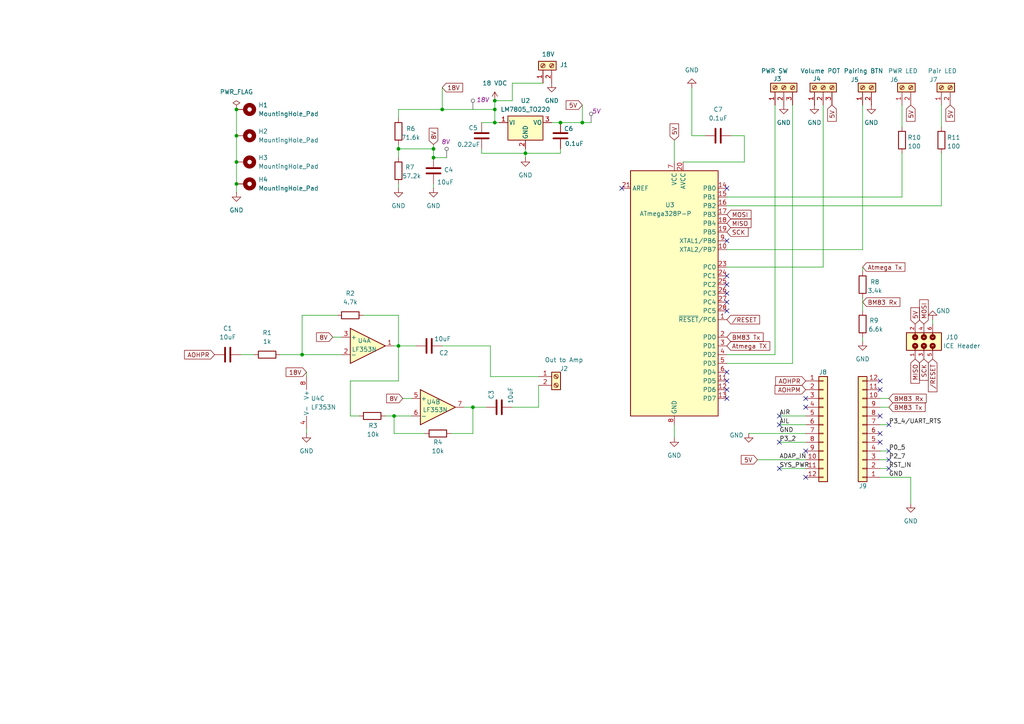
<source format=kicad_sch>
(kicad_sch (version 20231120) (generator "eeschema") (generator_version "8.0")
  (paper "A4")
  (title_block (title "BM83/MC Module"))
  (lib_symbols
    (symbol "Amplifier_Operational:TL082" (pin_names (offset 0.127))
      (property "Reference" "U" (at 0 5.08 0))
      (property "Value" "TL082" (at 0 -5.08 0))
      (symbol "TL082_1_1"
        (polyline (pts (xy -5.08 5.08) (xy 5.08 0) (xy -5.08 -5.08) (xy -5.08 5.08)) (stroke (width 0.254)) (fill (type background)))
        (pin output line (at 7.62 0 180) (length 2.54) (name "~") (number "1"))
        (pin input line (at -7.62 -2.54 0) (length 2.54) (name "-") (number "2"))
        (pin input line (at -7.62 2.54 0) (length 2.54) (name "+") (number "3"))
      )
      (symbol "TL082_2_1"
        (polyline (pts (xy -5.08 5.08) (xy 5.08 0) (xy -5.08 -5.08) (xy -5.08 5.08)) (stroke (width 0.254)) (fill (type background)))
        (pin input line (at -7.62 2.54 0) (length 2.54) (name "+") (number "5"))
        (pin input line (at -7.62 -2.54 0) (length 2.54) (name "-") (number "6"))
        (pin output line (at 7.62 0 180) (length 2.54) (name "~") (number "7"))
      )
      (symbol "TL082_3_1"
        (pin power_in line (at -2.54 -7.62 90) (length 3.81) (name "V-") (number "4"))
        (pin power_in line (at -2.54 7.62 270) (length 3.81) (name "V+") (number "8"))
      )
    )
    (symbol "Connector:Screw_Terminal_01x02" (pin_names (offset 1.016) hide)
      (property "Reference" "J" (at 0 2.54 0))
      (property "Value" "Screw_Terminal_01x02" (at 0 -5.08 0))
      (symbol "Screw_Terminal_01x02_1_1"
        (rectangle (start -1.27 1.27) (end 1.27 -3.81) (stroke (width 0.254)) (fill (type background)))
        (circle (center 0 -2.54) (radius 0.635) (stroke (width 0.1524)))
        (polyline (pts (xy -0.5334 -2.2098) (xy 0.3302 -3.048)) (stroke (width 0.1524)))
        (polyline (pts (xy -0.5334 0.3302) (xy 0.3302 -0.508)) (stroke (width 0.1524)))
        (polyline (pts (xy -0.3556 -2.032) (xy 0.508 -2.8702)) (stroke (width 0.1524)))
        (polyline (pts (xy -0.3556 0.508) (xy 0.508 -0.3302)) (stroke (width 0.1524)))
        (circle (center 0 0) (radius 0.635) (stroke (width 0.1524)))
        (pin passive line (at -5.08 0 0) (length 3.81) (name "Pin_1") (number "1"))
        (pin passive line (at -5.08 -2.54 0) (length 3.81) (name "Pin_2") (number "2"))
      )
    )
    (symbol "Connector:Screw_Terminal_01x03" (pin_names (offset 1.016) hide)
      (property "Reference" "J" (at 0 5.08 0))
      (property "Value" "Screw_Terminal_01x03" (at 0 -5.08 0))
      (symbol "Screw_Terminal_01x03_1_1"
        (rectangle (start -1.27 3.81) (end 1.27 -3.81) (stroke (width 0.254)) (fill (type background)))
        (circle (center 0 -2.54) (radius 0.635) (stroke (width 0.1524)))
        (polyline (pts (xy -0.5334 -2.2098) (xy 0.3302 -3.048)) (stroke (width 0.1524)))
        (polyline (pts (xy -0.5334 0.3302) (xy 0.3302 -0.508)) (stroke (width 0.1524)))
        (polyline (pts (xy -0.5334 2.8702) (xy 0.3302 2.032)) (stroke (width 0.1524)))
        (polyline (pts (xy -0.3556 -2.032) (xy 0.508 -2.8702)) (stroke (width 0.1524)))
        (polyline (pts (xy -0.3556 0.508) (xy 0.508 -0.3302)) (stroke (width 0.1524)))
        (polyline (pts (xy -0.3556 3.048) (xy 0.508 2.2098)) (stroke (width 0.1524)))
        (circle (center 0 0) (radius 0.635) (stroke (width 0.1524)))
        (circle (center 0 2.54) (radius 0.635) (stroke (width 0.1524)))
        (pin passive line (at -5.08 2.54 0) (length 3.81) (name "Pin_1") (number "1"))
        (pin passive line (at -5.08 0 0) (length 3.81) (name "Pin_2") (number "2"))
        (pin passive line (at -5.08 -2.54 0) (length 3.81) (name "Pin_3") (number "3"))
      )
    )
    (symbol "Connector_Generic:Conn_01x12" (pin_names (offset 1.016) hide)
      (property "Reference" "J" (at 0 15.24 0))
      (property "Value" "Conn_01x12" (at 0 -17.78 0))
      (symbol "Conn_01x12_1_1"
        (rectangle (start -1.27 -15.113) (end 0 -15.367) (stroke (width 0.1524)))
        (rectangle (start -1.27 -12.573) (end 0 -12.827) (stroke (width 0.1524)))
        (rectangle (start -1.27 -10.033) (end 0 -10.287) (stroke (width 0.1524)))
        (rectangle (start -1.27 -7.493) (end 0 -7.747) (stroke (width 0.1524)))
        (rectangle (start -1.27 -4.953) (end 0 -5.207) (stroke (width 0.1524)))
        (rectangle (start -1.27 -2.413) (end 0 -2.667) (stroke (width 0.1524)))
        (rectangle (start -1.27 0.127) (end 0 -0.127) (stroke (width 0.1524)))
        (rectangle (start -1.27 2.667) (end 0 2.413) (stroke (width 0.1524)))
        (rectangle (start -1.27 5.207) (end 0 4.953) (stroke (width 0.1524)))
        (rectangle (start -1.27 7.747) (end 0 7.493) (stroke (width 0.1524)))
        (rectangle (start -1.27 10.287) (end 0 10.033) (stroke (width 0.1524)))
        (rectangle (start -1.27 12.827) (end 0 12.573) (stroke (width 0.1524)))
        (rectangle (start -1.27 13.97) (end 1.27 -16.51) (stroke (width 0.254)) (fill (type background)))
        (pin passive line (at -5.08 12.7 0) (length 3.81) (name "Pin_1") (number "1"))
        (pin passive line (at -5.08 -10.16 0) (length 3.81) (name "Pin_10") (number "10"))
        (pin passive line (at -5.08 -12.7 0) (length 3.81) (name "Pin_11") (number "11"))
        (pin passive line (at -5.08 -15.24 0) (length 3.81) (name "Pin_12") (number "12"))
        (pin passive line (at -5.08 10.16 0) (length 3.81) (name "Pin_2") (number "2"))
        (pin passive line (at -5.08 7.62 0) (length 3.81) (name "Pin_3") (number "3"))
        (pin passive line (at -5.08 5.08 0) (length 3.81) (name "Pin_4") (number "4"))
        (pin passive line (at -5.08 2.54 0) (length 3.81) (name "Pin_5") (number "5"))
        (pin passive line (at -5.08 0 0) (length 3.81) (name "Pin_6") (number "6"))
        (pin passive line (at -5.08 -2.54 0) (length 3.81) (name "Pin_7") (number "7"))
        (pin passive line (at -5.08 -5.08 0) (length 3.81) (name "Pin_8") (number "8"))
        (pin passive line (at -5.08 -7.62 0) (length 3.81) (name "Pin_9") (number "9"))
      )
    )
    (symbol "Device:C" (pin_numbers hide) (pin_names (offset 0.254))
      (property "Reference" "C" (at 0.635 2.54 0))
      (property "Value" "C" (at 0.635 -2.54 0))
      (symbol "C_0_1"
        (polyline (pts (xy -2.032 -0.762) (xy 2.032 -0.762)) (stroke (width 0.508)))
        (polyline (pts (xy -2.032 0.762) (xy 2.032 0.762)) (stroke (width 0.508)))
      )
      (symbol "C_1_1"
        (pin passive line (at 0 3.81 270) (length 2.794) (name "~") (number "1"))
        (pin passive line (at 0 -3.81 90) (length 2.794) (name "~") (number "2"))
      )
    )
    (symbol "Device:R" (pin_numbers hide) (pin_names (offset 0))
      (property "Reference" "R" (at 2.032 0 90))
      (property "Value" "R" (at 0 0 90))
      (symbol "R_0_1"
        (rectangle (start -1.016 -2.54) (end 1.016 2.54) (stroke (width 0.254)))
      )
      (symbol "R_1_1"
        (pin passive line (at 0 3.81 270) (length 1.27) (name "~") (number "1"))
        (pin passive line (at 0 -3.81 90) (length 1.27) (name "~") (number "2"))
      )
    )
    (symbol "ICE_Header:6120XX21621_61200621621" (pin_names (offset 1.016))
      (property "Reference" "J" (at -6.26 0.35 0))
      (symbol "6120XX21621_61200621621_0_0"
        (rectangle (start -5.08 -2.54) (end 5.08 2.54) (stroke (width 0.254)) (fill (type background)))
        (circle (center -2.54 -1.27) (radius 0.254) (stroke (width 0.635)))
        (circle (center -2.54 1.27) (radius 0.254) (stroke (width 0.635)))
        (circle (center 0 -1.27) (radius 0.254) (stroke (width 0.635)))
        (polyline (pts (xy -2.54 -1.27) (xy -2.54 -2.54)) (stroke (width 0.254)))
        (polyline (pts (xy -2.54 1.27) (xy -2.54 2.54)) (stroke (width 0.254)))
        (polyline (pts (xy 0 -1.27) (xy 0 -2.54)) (stroke (width 0.254)))
        (polyline (pts (xy 0 1.27) (xy 0 2.54)) (stroke (width 0.254)))
        (polyline (pts (xy 2.54 -1.27) (xy 2.54 -2.54)) (stroke (width 0.254)))
        (polyline (pts (xy 2.54 1.27) (xy 2.54 2.54)) (stroke (width 0.254)))
        (circle (center 0 1.27) (radius 0.254) (stroke (width 0.635)))
        (circle (center 2.54 -1.27) (radius 0.254) (stroke (width 0.635)))
        (circle (center 2.54 1.27) (radius 0.254) (stroke (width 0.635)))
        (pin passive line (at -2.54 -5.08 90) (length 2.54) (name "~") (number "1"))
        (pin passive line (at -2.54 5.08 270) (length 2.54) (name "~") (number "2"))
        (pin passive line (at 0 -5.08 90) (length 2.54) (name "~") (number "3"))
        (pin passive line (at 0 5.08 270) (length 2.54) (name "~") (number "4"))
        (pin passive line (at 2.54 -5.08 90) (length 2.54) (name "~") (number "5"))
        (pin passive line (at 2.54 5.08 270) (length 2.54) (name "~") (number "6"))
      )
    )
    (symbol "MCU_Microchip_ATmega:ATmega328P-P"
      (property "Reference" "U" (at -12.7 36.83 0))
      (property "Value" "ATmega328P-P" (at 2.54 -36.83 0))
      (symbol "ATmega328P-P_0_1"
        (rectangle (start -12.7 -35.56) (end 12.7 35.56) (stroke (width 0.254)) (fill (type background)))
      )
      (symbol "ATmega328P-P_1_1"
        (pin bidirectional line (at 15.24 -7.62 180) (length 2.54) (name "~{RESET}/PC6") (number "1"))
        (pin bidirectional line (at 15.24 12.7 180) (length 2.54) (name "XTAL2/PB7") (number "10"))
        (pin bidirectional line (at 15.24 -25.4 180) (length 2.54) (name "PD5") (number "11"))
        (pin bidirectional line (at 15.24 -27.94 180) (length 2.54) (name "PD6") (number "12"))
        (pin bidirectional line (at 15.24 -30.48 180) (length 2.54) (name "PD7") (number "13"))
        (pin bidirectional line (at 15.24 30.48 180) (length 2.54) (name "PB0") (number "14"))
        (pin bidirectional line (at 15.24 27.94 180) (length 2.54) (name "PB1") (number "15"))
        (pin bidirectional line (at 15.24 25.4 180) (length 2.54) (name "PB2") (number "16"))
        (pin bidirectional line (at 15.24 22.86 180) (length 2.54) (name "PB3") (number "17"))
        (pin bidirectional line (at 15.24 20.32 180) (length 2.54) (name "PB4") (number "18"))
        (pin bidirectional line (at 15.24 17.78 180) (length 2.54) (name "PB5") (number "19"))
        (pin bidirectional line (at 15.24 -12.7 180) (length 2.54) (name "PD0") (number "2"))
        (pin power_in line (at 2.54 38.1 270) (length 2.54) (name "AVCC") (number "20"))
        (pin passive line (at -15.24 30.48 0) (length 2.54) (name "AREF") (number "21"))
        (pin passive line (at 0 -38.1 90) (length 2.54) hide (name "GND") (number "22"))
        (pin bidirectional line (at 15.24 7.62 180) (length 2.54) (name "PC0") (number "23"))
        (pin bidirectional line (at 15.24 5.08 180) (length 2.54) (name "PC1") (number "24"))
        (pin bidirectional line (at 15.24 2.54 180) (length 2.54) (name "PC2") (number "25"))
        (pin bidirectional line (at 15.24 0 180) (length 2.54) (name "PC3") (number "26"))
        (pin bidirectional line (at 15.24 -2.54 180) (length 2.54) (name "PC4") (number "27"))
        (pin bidirectional line (at 15.24 -5.08 180) (length 2.54) (name "PC5") (number "28"))
        (pin bidirectional line (at 15.24 -15.24 180) (length 2.54) (name "PD1") (number "3"))
        (pin bidirectional line (at 15.24 -17.78 180) (length 2.54) (name "PD2") (number "4"))
        (pin bidirectional line (at 15.24 -20.32 180) (length 2.54) (name "PD3") (number "5"))
        (pin bidirectional line (at 15.24 -22.86 180) (length 2.54) (name "PD4") (number "6"))
        (pin power_in line (at 0 38.1 270) (length 2.54) (name "VCC") (number "7"))
        (pin power_in line (at 0 -38.1 90) (length 2.54) (name "GND") (number "8"))
        (pin bidirectional line (at 15.24 15.24 180) (length 2.54) (name "XTAL1/PB6") (number "9"))
      )
    )
    (symbol "Mechanical:MountingHole_Pad" (pin_numbers hide) (pin_names (offset 1.016) hide) (exclude_from_sim yes) (in_bom no)
      (property "Reference" "H" (at 0 6.35 0))
      (property "Value" "MountingHole_Pad" (at 0 4.445 0))
      (symbol "MountingHole_Pad_0_1"
        (circle (center 0 1.27) (radius 1.27) (stroke (width 1.27)))
      )
      (symbol "MountingHole_Pad_1_1"
        (pin input line (at 0 -2.54 90) (length 2.54) (name "1") (number "1"))
      )
    )
    (symbol "Regulator_Linear:LM7805_TO220" (pin_names (offset 0.254))
      (property "Reference" "U" (at -3.81 3.175 0))
      (property "Value" "LM7805_TO220" (at 0 3.175 0))
      (symbol "LM7805_TO220_0_1"
        (rectangle (start -5.08 1.905) (end 5.08 -5.08) (stroke (width 0.254)) (fill (type background)))
      )
      (symbol "LM7805_TO220_1_1"
        (pin power_in line (at -7.62 0 0) (length 2.54) (name "VI") (number "1"))
        (pin power_in line (at 0 -7.62 90) (length 2.54) (name "GND") (number "2"))
        (pin power_out line (at 7.62 0 180) (length 2.54) (name "VO") (number "3"))
      )
    )
    (symbol "power:GND" (power) (pin_numbers hide) (pin_names (offset 0) hide)
      (property "Value" "GND" (at 0 -3.81 0))
      (symbol "GND_0_1"
        (polyline (pts (xy 0 0) (xy 0 -1.27) (xy 1.27 -1.27) (xy 0 -2.54) (xy -1.27 -1.27) (xy 0 -1.27)))
      )
      (symbol "GND_1_1"
        (pin power_in line (at 0 0 270) (length 0) (name "~") (number "1"))
      )
    )
    (symbol "power:PWR_FLAG" (power) (pin_numbers hide) (pin_names (offset 0) hide)
      (property "Value" "PWR_FLAG" (at 0 3.81 0))
      (symbol "PWR_FLAG_0_0"
        (pin power_out line (at 0 0 90) (length 0) (name "~") (number "1"))
      )
      (symbol "PWR_FLAG_0_1"
        (polyline (pts (xy 0 0) (xy 0 1.27) (xy -1.016 1.905) (xy 0 2.54) (xy 1.016 1.905) (xy 0 1.27)))
      )
    )
    (symbol "power:VDC" (power) (pin_numbers hide) (pin_names (offset 0) hide)
      (property "Value" "VDC" (at 0 3.556 0))
      (symbol "VDC_0_1"
        (polyline (pts (xy -0.762 1.27) (xy 0 2.54)))
        (polyline (pts (xy 0 0) (xy 0 2.54)))
        (polyline (pts (xy 0 2.54) (xy 0.762 1.27)))
      )
      (symbol "VDC_1_1"
        (pin power_in line (at 0 0 90) (length 0) (name "~") (number "1"))
      )
    )
  )
  (junction (at 137.16 118.11))
  (junction (at 128.27 31.75))
  (junction (at 143.51 35.56))
  (junction (at 114.3 120.65))
  (junction (at 68.58 46.99))
  (junction (at 143.51 29.21))
  (junction (at 152.4 44.45))
  (junction (at 125.73 43.18))
  (junction (at 168.91 35.56))
  (junction (at 68.58 39.37))
  (junction (at 115.57 43.18))
  (junction (at 87.63 102.87))
  (junction (at 68.58 53.34))
  (junction (at 143.51 31.75))
  (junction (at 115.57 100.33))
  (junction (at 68.58 31.75))
  (junction (at 162.56 35.56))
  (junction (at 125.73 45.72))
  (no_connect (at 255.27 110.49))
  (no_connect (at 180.34 54.61))
  (no_connect (at 210.82 107.95))
  (no_connect (at 257.81 133.35))
  (no_connect (at 255.27 120.65))
  (no_connect (at 226.06 120.65))
  (no_connect (at 233.68 130.81))
  (no_connect (at 210.82 80.01))
  (no_connect (at 210.82 113.03))
  (no_connect (at 226.06 128.27))
  (no_connect (at 226.06 123.19))
  (no_connect (at 226.06 135.89))
  (no_connect (at 257.81 130.81))
  (no_connect (at 210.82 87.63))
  (no_connect (at 210.82 110.49))
  (no_connect (at 255.27 113.03))
  (no_connect (at 210.82 54.61))
  (no_connect (at 233.68 138.43))
  (no_connect (at 255.27 125.73))
  (no_connect (at 233.68 118.11))
  (no_connect (at 210.82 90.17))
  (no_connect (at 210.82 115.57))
  (no_connect (at 257.81 135.89))
  (no_connect (at 210.82 85.09))
  (no_connect (at 210.82 82.55))
  (no_connect (at 255.27 128.27))
  (no_connect (at 210.82 69.85))
  (no_connect (at 233.68 115.57))
  (no_connect (at 257.81 123.19))
  (wire (pts (xy 99.06 97.79) (xy 96.52 97.79)))
  (wire (pts (xy 257.81 135.89) (xy 255.27 135.89)))
  (wire (pts (xy 261.62 44.45) (xy 261.62 57.15)))
  (wire (pts (xy 210.82 77.47) (xy 238.76 77.47)))
  (wire (pts (xy 255.27 118.11) (xy 257.81 118.11)))
  (wire (pts (xy 250.19 86.36) (xy 250.19 90.17)))
  (wire (pts (xy 162.56 35.56) (xy 168.91 35.56)))
  (wire (pts (xy 148.59 29.21) (xy 143.51 29.21)))
  (wire (pts (xy 142.24 109.22) (xy 156.21 109.22)))
  (wire (pts (xy 250.19 72.39) (xy 250.19 30.48)))
  (wire (pts (xy 264.16 138.43) (xy 264.16 146.05)))
  (wire (pts (xy 212.09 39.37) (xy 215.9 39.37)))
  (wire (pts (xy 152.4 44.45) (xy 152.4 45.72)))
  (wire (pts (xy 168.91 30.48) (xy 168.91 35.56)))
  (wire (pts (xy 162.56 44.45) (xy 162.56 43.18)))
  (wire (pts (xy 115.57 91.44) (xy 115.57 100.33)))
  (wire (pts (xy 115.57 41.91) (xy 115.57 43.18)))
  (wire (pts (xy 250.19 97.79) (xy 250.19 99.06)))
  (wire (pts (xy 257.81 130.81) (xy 255.27 130.81)))
  (wire (pts (xy 229.87 30.48) (xy 229.87 105.41)))
  (wire (pts (xy 139.7 44.45) (xy 139.7 43.18)))
  (wire (pts (xy 115.57 43.18) (xy 125.73 43.18)))
  (wire (pts (xy 257.81 133.35) (xy 255.27 133.35)))
  (wire (pts (xy 273.05 59.69) (xy 210.82 59.69)))
  (wire (pts (xy 273.05 44.45) (xy 273.05 59.69)))
  (wire (pts (xy 143.51 35.56) (xy 144.78 35.56)))
  (wire (pts (xy 81.28 102.87) (xy 87.63 102.87)))
  (wire (pts (xy 115.57 100.33) (xy 115.57 110.49)))
  (wire (pts (xy 217.17 125.73) (xy 233.68 125.73)))
  (wire (pts (xy 226.06 128.27) (xy 233.68 128.27)))
  (wire (pts (xy 87.63 91.44) (xy 97.79 91.44)))
  (wire (pts (xy 210.82 102.87) (xy 224.79 102.87)))
  (wire (pts (xy 139.7 35.56) (xy 143.51 35.56)))
  (wire (pts (xy 134.62 118.11) (xy 137.16 118.11)))
  (wire (pts (xy 224.79 30.48) (xy 224.79 102.87)))
  (wire (pts (xy 152.4 43.18) (xy 152.4 44.45)))
  (wire (pts (xy 219.71 133.35) (xy 233.68 133.35)))
  (wire (pts (xy 115.57 43.18) (xy 115.57 45.72)))
  (wire (pts (xy 255.27 115.57) (xy 257.81 115.57)))
  (wire (pts (xy 215.9 46.99) (xy 198.12 46.99)))
  (wire (pts (xy 87.63 91.44) (xy 87.63 102.87)))
  (wire (pts (xy 114.3 100.33) (xy 115.57 100.33)))
  (wire (pts (xy 114.3 120.65) (xy 119.38 120.65)))
  (wire (pts (xy 128.27 25.4) (xy 128.27 31.75)))
  (wire (pts (xy 255.27 138.43) (xy 264.16 138.43)))
  (wire (pts (xy 250.19 77.47) (xy 250.19 78.74)))
  (wire (pts (xy 87.63 102.87) (xy 99.06 102.87)))
  (wire (pts (xy 273.05 30.48) (xy 273.05 36.83)))
  (wire (pts (xy 148.59 24.13) (xy 157.48 24.13)))
  (wire (pts (xy 210.82 72.39) (xy 250.19 72.39)))
  (wire (pts (xy 137.16 118.11) (xy 140.97 118.11)))
  (wire (pts (xy 143.51 31.75) (xy 143.51 35.56)))
  (wire (pts (xy 115.57 31.75) (xy 115.57 34.29)))
  (wire (pts (xy 270.51 93.98) (xy 270.51 92.71)))
  (wire (pts (xy 148.59 29.21) (xy 148.59 24.13)))
  (wire (pts (xy 68.58 46.99) (xy 68.58 53.34)))
  (wire (pts (xy 130.81 125.73) (xy 137.16 125.73)))
  (wire (pts (xy 137.16 125.73) (xy 137.16 118.11)))
  (wire (pts (xy 261.62 30.48) (xy 261.62 36.83)))
  (wire (pts (xy 123.19 125.73) (xy 114.3 125.73)))
  (wire (pts (xy 143.51 29.21) (xy 143.51 31.75)))
  (wire (pts (xy 226.06 123.19) (xy 233.68 123.19)))
  (wire (pts (xy 115.57 53.34) (xy 115.57 54.61)))
  (wire (pts (xy 116.84 115.57) (xy 119.38 115.57)))
  (wire (pts (xy 200.66 39.37) (xy 200.66 25.4)))
  (wire (pts (xy 115.57 31.75) (xy 128.27 31.75)))
  (wire (pts (xy 101.6 110.49) (xy 115.57 110.49)))
  (wire (pts (xy 125.73 43.18) (xy 125.73 45.72)))
  (wire (pts (xy 148.59 118.11) (xy 156.21 118.11)))
  (wire (pts (xy 115.57 100.33) (xy 120.65 100.33)))
  (wire (pts (xy 195.58 40.64) (xy 195.58 46.99)))
  (wire (pts (xy 101.6 110.49) (xy 101.6 120.65)))
  (wire (pts (xy 68.58 31.75) (xy 68.58 39.37)))
  (wire (pts (xy 204.47 39.37) (xy 200.66 39.37)))
  (wire (pts (xy 139.7 44.45) (xy 152.4 44.45)))
  (wire (pts (xy 68.58 39.37) (xy 68.58 46.99)))
  (wire (pts (xy 125.73 45.72) (xy 129.54 45.72)))
  (wire (pts (xy 215.9 39.37) (xy 215.9 46.99)))
  (wire (pts (xy 257.81 123.19) (xy 255.27 123.19)))
  (wire (pts (xy 105.41 91.44) (xy 115.57 91.44)))
  (wire (pts (xy 125.73 41.91) (xy 125.73 43.18)))
  (wire (pts (xy 238.76 77.47) (xy 238.76 30.48)))
  (wire (pts (xy 261.62 57.15) (xy 210.82 57.15)))
  (wire (pts (xy 125.73 53.34) (xy 125.73 54.61)))
  (wire (pts (xy 226.06 135.89) (xy 233.68 135.89)))
  (wire (pts (xy 210.82 105.41) (xy 229.87 105.41)))
  (wire (pts (xy 101.6 120.65) (xy 104.14 120.65)))
  (wire (pts (xy 156.21 111.76) (xy 156.21 118.11)))
  (wire (pts (xy 142.24 100.33) (xy 128.27 100.33)))
  (wire (pts (xy 88.9 107.95) (xy 88.9 109.22)))
  (wire (pts (xy 69.85 102.87) (xy 73.66 102.87)))
  (wire (pts (xy 128.27 31.75) (xy 143.51 31.75)))
  (wire (pts (xy 160.02 35.56) (xy 162.56 35.56)))
  (wire (pts (xy 114.3 125.73) (xy 114.3 120.65)))
  (wire (pts (xy 68.58 53.34) (xy 68.58 55.88)))
  (wire (pts (xy 195.58 123.19) (xy 195.58 127)))
  (wire (pts (xy 142.24 109.22) (xy 142.24 100.33)))
  (wire (pts (xy 88.9 124.46) (xy 88.9 125.73)))
  (wire (pts (xy 226.06 120.65) (xy 233.68 120.65)))
  (wire (pts (xy 168.91 35.56) (xy 171.45 35.56)))
  (wire (pts (xy 111.76 120.65) (xy 114.3 120.65)))
  (wire (pts (xy 162.56 44.45) (xy 152.4 44.45)))
  (label "P3_2" (at 226.06 128.27 0))
  (label "ADAP_IN" (at 226.06 133.35 0))
  (label "P3_4{slash}UART_RTS" (at 257.81 123.19 0))
  (label "GND" (at 257.81 138.43 0))
  (label "GND" (at 226.06 125.73 0))
  (label "P2_7" (at 257.81 133.35 0))
  (label "AIR" (at 226.06 120.65 0))
  (label "P0_5" (at 257.81 130.81 0))
  (label "SYS_PWR" (at 226.06 135.89 0))
  (label "RST_IN" (at 257.81 135.89 0))
  (label "AIL" (at 226.06 123.19 0))
  (global_label "BM83 Tx" (shape input) (at 210.82 97.79 0) (property "Intersheetrefs" "${INTERSHEET_REFS}" (effects (hide yes))))
  (global_label "MOSI" (shape input) (at 210.82 62.23 0) (property "Intersheetrefs" "${INTERSHEET_REFS}" (effects (hide yes))))
  (global_label "8V" (shape input) (at 125.73 41.91 90) (property "Intersheetrefs" "${INTERSHEET_REFS}" (effects (hide yes))))
  (global_label "Atmega TX" (shape input) (at 210.82 100.33 0) (property "Intersheetrefs" "${INTERSHEET_REFS}" (effects (hide yes))))
  (global_label "18V" (shape input) (at 128.27 25.4 0) (property "Intersheetrefs" "${INTERSHEET_REFS}" (effects (hide yes))))
  (global_label "MISO" (shape input) (at 265.43 104.14 270) (property "Intersheetrefs" "${INTERSHEET_REFS}" (effects (hide yes))))
  (global_label "5V" (shape input) (at 241.3 30.48 270) (property "Intersheetrefs" "${INTERSHEET_REFS}" (effects (hide yes))))
  (global_label "5V" (shape input) (at 168.91 30.48 180) (property "Intersheetrefs" "${INTERSHEET_REFS}" (effects (hide yes))))
  (global_label "MOSI" (shape input) (at 267.97 93.98 90) (property "Intersheetrefs" "${INTERSHEET_REFS}" (effects (hide yes))))
  (global_label "AOHPM" (shape input) (at 233.68 113.03 180) (property "Intersheetrefs" "${INTERSHEET_REFS}" (effects (hide yes))))
  (global_label "BM83 Tx" (shape input) (at 257.81 118.11 0) (property "Intersheetrefs" "${INTERSHEET_REFS}" (effects (hide yes))))
  (global_label "5V" (shape input) (at 265.43 93.98 90) (property "Intersheetrefs" "${INTERSHEET_REFS}" (effects (hide yes))))
  (global_label "SCK" (shape input) (at 210.82 67.31 0) (property "Intersheetrefs" "${INTERSHEET_REFS}" (effects (hide yes))))
  (global_label "5V" (shape input) (at 219.71 133.35 180) (property "Intersheetrefs" "${INTERSHEET_REFS}" (effects (hide yes))))
  (global_label "SCK" (shape input) (at 267.97 104.14 270) (property "Intersheetrefs" "${INTERSHEET_REFS}" (effects (hide yes))))
  (global_label "AOHPR" (shape input) (at 62.23 102.87 180) (property "Intersheetrefs" "${INTERSHEET_REFS}" (effects (hide yes))))
  (global_label "{slash}RESET" (shape input) (at 270.51 104.14 270) (property "Intersheetrefs" "${INTERSHEET_REFS}" (effects (hide yes))))
  (global_label "5V" (shape input) (at 264.16 30.48 270) (property "Intersheetrefs" "${INTERSHEET_REFS}" (effects (hide yes))))
  (global_label "8V" (shape input) (at 96.52 97.79 180) (property "Intersheetrefs" "${INTERSHEET_REFS}" (effects (hide yes))))
  (global_label "8V" (shape input) (at 116.84 115.57 180) (property "Intersheetrefs" "${INTERSHEET_REFS}" (effects (hide yes))))
  (global_label "AOHPR" (shape input) (at 233.68 110.49 180) (property "Intersheetrefs" "${INTERSHEET_REFS}" (effects (hide yes))))
  (global_label "Atmega Tx" (shape input) (at 250.19 77.47 0) (property "Intersheetrefs" "${INTERSHEET_REFS}" (effects (hide yes))))
  (global_label "BM83 Rx" (shape input) (at 250.19 87.63 0) (property "Intersheetrefs" "${INTERSHEET_REFS}" (effects (hide yes))))
  (global_label "5V" (shape input) (at 195.58 40.64 90) (property "Intersheetrefs" "${INTERSHEET_REFS}" (effects (hide yes))))
  (global_label "18V" (shape input) (at 88.9 107.95 180) (property "Intersheetrefs" "${INTERSHEET_REFS}" (effects (hide yes))))
  (global_label "5V" (shape input) (at 275.59 30.48 270) (property "Intersheetrefs" "${INTERSHEET_REFS}" (effects (hide yes))))
  (global_label "{slash}RESET" (shape input) (at 210.82 92.71 0) (property "Intersheetrefs" "${INTERSHEET_REFS}" (effects (hide yes))))
  (global_label "BM83 Rx" (shape input) (at 257.81 115.57 0) (property "Intersheetrefs" "${INTERSHEET_REFS}" (effects (hide yes))))
  (global_label "MISO" (shape input) (at 210.82 64.77 0) (property "Intersheetrefs" "${INTERSHEET_REFS}" (effects (hide yes))))
  (netclass_flag "" (length 2.54) (shape round) (at 129.54 45.72 0) (property "Netclass" "8V" (at 128.016 41.148 0) (effects (font (italic yes)) (justify left))))
  (netclass_flag "" (length 2.54) (shape round) (at 137.16 31.75 0) (property "Netclass" "18V" (at 138.176 28.956 0) (effects (font (italic yes)) (justify left))))
  (netclass_flag "" (length 2.54) (shape round) (at 171.45 35.56 0) (property "Netclass" "5V" (at 171.704 32.258 0) (effects (font (italic yes)) (justify left))))
  (symbol (lib_id "Device:C") (at 124.46 100.33 270) (unit 1)
    (property "Reference" "C2" (at 130.048 102.362 90) (effects (justify right)))
    (property "Value" "10uF" (at 130.81 98.298 90) (effects (justify right)))
    (property "Footprint" "Capacitor_THT:CP_Radial_Tantal_D5.0mm_P5.00mm" (effects (hide yes)))
    (property "Description" "Unpolarized capacitor" (effects (hide yes)))
  )
  (symbol (lib_id "power:GND") (at 264.16 146.05 0) (unit 1)
    (property "Reference" "#PWR010" (effects (hide yes)))
    (property "Value" "GND" (at 264.16 151.13 0))
    (property "Description" "Power symbol creates a global label with name \"GND\" , ground" (effects (hide yes)))
  )
  (symbol (lib_id "Device:C") (at 144.78 118.11 270) (unit 1)
    (property "Reference" "C3" (at 142.494 115.824 0) (effects (justify right)))
    (property "Value" "10uF" (at 148.082 117.094 0) (effects (justify right)))
    (property "Footprint" "Capacitor_THT:CP_Radial_Tantal_D5.0mm_P5.00mm" (effects (hide yes)))
    (property "Description" "Unpolarized capacitor" (effects (hide yes)))
  )
  (symbol (lib_id "Mechanical:MountingHole_Pad") (at 71.12 39.37 270) (unit 1) (exclude_from_sim yes) (in_bom no)
    (property "Reference" "H2" (at 74.93 38.0999 90) (effects (justify left)))
    (property "Value" "MountingHole_Pad" (at 74.93 40.6399 90) (effects (justify left)))
    (property "Footprint" "MountingHole:MountingHole_3.5mm_Pad" (effects (hide yes)))
    (property "Description" "Mounting Hole with connection" (effects (hide yes)))
  )
  (symbol (lib_id "Device:C") (at 162.56 39.37 0) (unit 1)
    (property "Reference" "C6" (at 163.576 37.338 0) (effects (justify left)))
    (property "Value" "0.1uF" (at 163.83 41.656 0) (effects (justify left)))
    (property "Footprint" "Capacitor_THT:C_Rect_L7.0mm_W2.5mm_P5.00mm" (effects (hide yes)))
    (property "Description" "Unpolarized capacitor" (effects (hide yes)))
  )
  (symbol (lib_id "power:GND") (at 270.51 92.71 180) (unit 1)
    (property "Reference" "#PWR017" (effects (hide yes)))
    (property "Value" "GND" (at 273.558 90.17 0))
    (property "Description" "Power symbol creates a global label with name \"GND\" , ground" (effects (hide yes)))
  )
  (symbol (lib_id "Mechanical:MountingHole_Pad") (at 71.12 53.34 270) (unit 1) (exclude_from_sim yes) (in_bom no)
    (property "Reference" "H4" (at 74.93 52.0699 90) (effects (justify left)))
    (property "Value" "MountingHole_Pad" (at 74.93 54.6099 90) (effects (justify left)))
    (property "Footprint" "MountingHole:MountingHole_3.5mm_Pad" (effects (hide yes)))
    (property "Description" "Mounting Hole with connection" (effects (hide yes)))
  )
  (symbol (lib_id "Connector:Screw_Terminal_01x03") (at 227.33 25.4 90) (unit 1)
    (property "Reference" "J3" (at 224.282 22.86 90) (effects (justify right)))
    (property "Value" "PWR SW" (at 220.726 20.574 90) (effects (justify right)))
    (property "Footprint" "TerminalBlock_Phoenix:TerminalBlock_Phoenix_MKDS-1,5-3_1x03_P5.00mm_Horizontal" (effects (hide yes)))
    (property "Description" "Generic screw terminal, single row, 01x03, script generated (kicad-library-utils/schlib/autogen/connector/)" (effects (hide yes)))
  )
  (symbol (lib_id "Mechanical:MountingHole_Pad") (at 71.12 46.99 270) (unit 1) (exclude_from_sim yes) (in_bom no)
    (property "Reference" "H3" (at 74.93 45.7199 90) (effects (justify left)))
    (property "Value" "MountingHole_Pad" (at 74.93 48.2599 90) (effects (justify left)))
    (property "Footprint" "MountingHole:MountingHole_3.5mm_Pad" (effects (hide yes)))
    (property "Description" "Mounting Hole with connection" (effects (hide yes)))
  )
  (symbol (lib_id "Device:R") (at 115.57 38.1 0) (unit 1)
    (property "Reference" "R6" (at 119.126 37.338 0))
    (property "Value" "71.6k" (at 119.126 39.878 0))
    (property "Footprint" "Resistor_THT:R_Axial_DIN0207_L6.3mm_D2.5mm_P10.16mm_Horizontal" (effects (hide yes)))
    (property "Description" "Resistor" (effects (hide yes)))
  )
  (symbol (lib_id "Connector:Screw_Terminal_01x02") (at 273.05 25.4 90) (unit 1)
    (property "Reference" "J7" (at 270.764 23.114 90))
    (property "Value" "Pair LED" (at 273.304 20.574 90))
    (property "Footprint" "TerminalBlock_Phoenix:TerminalBlock_Phoenix_MKDS-1,5-2_1x02_P5.00mm_Horizontal" (effects (hide yes)))
    (property "Description" "Generic screw terminal, single row, 01x02, script generated (kicad-library-utils/schlib/autogen/connector/)" (effects (hide yes)))
  )
  (symbol (lib_id "power:GND") (at 250.19 99.06 0) (unit 1)
    (property "Reference" "#PWR09" (effects (hide yes)))
    (property "Value" "GND" (at 250.19 104.14 0))
    (property "Description" "Power symbol creates a global label with name \"GND\" , ground" (effects (hide yes)))
  )
  (symbol (lib_id "Connector:Screw_Terminal_01x02") (at 161.29 109.22 0) (unit 1)
    (property "Reference" "J2" (at 163.576 106.934 0))
    (property "Value" "Out to Amp" (at 163.576 104.394 0))
    (property "Footprint" "TerminalBlock_Phoenix:TerminalBlock_Phoenix_MKDS-1,5-2_1x02_P5.00mm_Horizontal" (effects (hide yes)))
    (property "Description" "Generic screw terminal, single row, 01x02, script generated (kicad-library-utils/schlib/autogen/connector/)" (effects (hide yes)))
  )
  (symbol (lib_id "Connector_Generic:Conn_01x12") (at 250.19 125.73 180) (unit 1)
    (property "Reference" "J9" (at 251.46 140.97 0) (effects (justify left)))
    (property "Value" "Conn_01x12" (effects (hide yes)))
    (property "Footprint" "Connector_PinHeader_2.54mm:PinHeader_1x12_P2.54mm_Vertical" (effects (hide yes)))
  )
  (symbol (lib_id "Device:C") (at 66.04 102.87 90) (unit 1)
    (property "Reference" "C1" (at 66.04 95.25 90))
    (property "Value" "10uF" (at 66.04 97.79 90))
    (property "Footprint" "Capacitor_THT:CP_Radial_Tantal_D5.0mm_P5.00mm" (effects (hide yes)))
    (property "Description" "Unpolarized capacitor" (effects (hide yes)))
  )
  (symbol (lib_id "power:GND") (at 115.57 54.61 0) (unit 1)
    (property "Reference" "#PWR03" (effects (hide yes)))
    (property "Value" "GND" (at 115.57 59.69 0))
    (property "Description" "Power symbol creates a global label with name \"GND\" , ground" (effects (hide yes)))
  )
  (symbol (lib_id "Device:R") (at 101.6 91.44 90) (unit 1)
    (property "Reference" "R2" (at 101.6 85.09 90))
    (property "Value" "4.7k" (at 101.6 87.63 90))
    (property "Footprint" "Resistor_THT:R_Axial_DIN0207_L6.3mm_D2.5mm_P10.16mm_Horizontal" (effects (hide yes)))
    (property "Description" "Resistor" (effects (hide yes)))
  )
  (symbol (lib_id "power:GND") (at 125.73 54.61 0) (unit 1)
    (property "Reference" "#PWR04" (effects (hide yes)))
    (property "Value" "GND" (at 125.73 59.69 0))
    (property "Description" "Power symbol creates a global label with name \"GND\" , ground" (effects (hide yes)))
  )
  (symbol (lib_id "power:PWR_FLAG") (at 68.58 31.75 0) (unit 1)
    (property "Reference" "#FLG01" (effects (hide yes)))
    (property "Value" "PWR_FLAG" (at 68.58 26.67 0))
    (property "Description" "Special symbol for telling ERC where power comes from" (effects (hide yes)))
  )
  (symbol (lib_id "Mechanical:MountingHole_Pad") (at 71.12 31.75 270) (unit 1) (exclude_from_sim yes) (in_bom no)
    (property "Reference" "H1" (at 74.93 30.4799 90) (effects (justify left)))
    (property "Value" "MountingHole_Pad" (at 74.93 33.0199 90) (effects (justify left)))
    (property "Footprint" "MountingHole:MountingHole_3.5mm_Pad" (effects (hide yes)))
    (property "Description" "Mounting Hole with connection" (effects (hide yes)))
  )
  (symbol (lib_id "ICE_Header:6120XX21621_61200621621") (at 267.97 99.06 0) (unit 1)
    (property "Reference" "J10" (at 274.32 97.7899 0) (effects (justify left)))
    (property "Value" "ICE Header" (at 273.558 100.33 0) (effects (justify left)))
    (property "Footprint" "Custom_Footprints:ICE_Header" (effects (hide yes)))
    (property "CONTACT-RESISTANCE" "20mOhm" (effects (hide yes)))
    (property "GENDER" "Male" (effects (hide yes)))
    (property "MOUNT" "THT" (effects (hide yes)))
    (property "IR" "3A" (effects (hide yes)))
    (property "VALUE" "61200621621" (effects (hide yes)))
    (property "PACKAGING" "Tray" (effects (hide yes)))
    (property "PART-NUMBER" "61200621621" (effects (hide yes)))
    (property "LENGTH" "15.28mm" (effects (hide yes)))
    (property "DATASHEET-URL" "https://www.we-online.com/redexpert/spec/61200621621?ae" (effects (hide yes)))
    (property "WORKING-VOLTAGE" "250V(AC)" (effects (hide yes)))
    (property "PINS" "6" (effects (hide yes)))
    (property "PITCH" "2.54mm" (effects (hide yes)))
    (property "TYPE" "Straight" (effects (hide yes)))
  )
  (symbol (lib_id "Connector:Screw_Terminal_01x02") (at 261.62 25.4 90) (unit 1)
    (property "Reference" "J6" (at 259.334 23.114 90))
    (property "Value" "PWR LED" (at 261.874 20.574 90))
    (property "Footprint" "TerminalBlock_Phoenix:TerminalBlock_Phoenix_MKDS-1,5-2_1x02_P5.00mm_Horizontal" (effects (hide yes)))
    (property "Description" "Generic screw terminal, single row, 01x02, script generated (kicad-library-utils/schlib/autogen/connector/)" (effects (hide yes)))
  )
  (symbol (lib_id "Amplifier_Operational:TL082") (at 91.44 116.84 0) (unit 3)
    (property "Reference" "U4" (at 90.17 115.5699 0) (effects (justify left)))
    (property "Value" "LF353N" (at 90.17 118.1099 0) (effects (justify left)))
    (property "Footprint" "Package_DIP:DIP-8_W7.62mm_LongPads" (effects (hide yes)))
    (property "Datasheet" "http://www.ti.com/lit/ds/symlink/tl081.pdf" (effects (hide yes)))
    (property "Description" "Dual JFET-Input Operational Amplifiers, DIP-8/SOIC-8/SSOP-8" (effects (hide yes)))
  )
  (symbol (lib_id "Connector:Screw_Terminal_01x03") (at 238.76 25.4 90) (unit 1)
    (property "Reference" "J4" (at 235.712 22.86 90) (effects (justify right)))
    (property "Value" "Volume POT" (at 232.156 20.574 90) (effects (justify right)))
    (property "Footprint" "TerminalBlock_Phoenix:TerminalBlock_Phoenix_MKDS-1,5-3_1x03_P5.00mm_Horizontal" (effects (hide yes)))
    (property "Description" "Generic screw terminal, single row, 01x03, script generated (kicad-library-utils/schlib/autogen/connector/)" (effects (hide yes)))
  )
  (symbol (lib_id "Device:R") (at 250.19 82.55 0) (unit 1)
    (property "Reference" "R8" (at 253.746 81.788 0))
    (property "Value" "3.4k" (at 253.746 84.328 0))
    (property "Footprint" "Resistor_THT:R_Axial_DIN0207_L6.3mm_D2.5mm_P10.16mm_Horizontal" (effects (hide yes)))
    (property "Description" "Resistor" (effects (hide yes)))
  )
  (symbol (lib_id "Device:R") (at 250.19 93.98 0) (unit 1)
    (property "Reference" "R9" (at 253.492 92.964 0))
    (property "Value" "6.6k" (at 254 95.504 0))
    (property "Footprint" "Resistor_THT:R_Axial_DIN0207_L6.3mm_D2.5mm_P10.16mm_Horizontal" (effects (hide yes)))
    (property "Description" "Resistor" (effects (hide yes)))
  )
  (symbol (lib_id "power:GND") (at 200.66 25.4 180) (unit 1)
    (property "Reference" "#PWR02" (effects (hide yes)))
    (property "Value" "GND" (at 200.66 20.32 0))
    (property "Description" "Power symbol creates a global label with name \"GND\" , ground" (effects (hide yes)))
  )
  (symbol (lib_id "power:GND") (at 88.9 125.73 0) (unit 1)
    (property "Reference" "#PWR05" (effects (hide yes)))
    (property "Value" "GND" (at 88.9 130.81 0))
    (property "Description" "Power symbol creates a global label with name \"GND\" , ground" (effects (hide yes)))
  )
  (symbol (lib_id "power:VDC") (at 143.51 29.21 0) (unit 1)
    (property "Reference" "#PWR06" (effects (hide yes)))
    (property "Value" "18 VDC" (at 143.51 24.13 0))
    (property "Description" "Power symbol creates a global label with name \"VDC\"" (effects (hide yes)))
  )
  (symbol (lib_id "Device:C") (at 139.7 39.37 0) (unit 1)
    (property "Reference" "C5" (at 135.89 37.084 0) (effects (justify left)))
    (property "Value" "0.22uF" (at 132.588 41.91 0) (effects (justify left)))
    (property "Footprint" "Capacitor_THT:C_Rect_L7.0mm_W3.5mm_P5.00mm" (effects (hide yes)))
    (property "Description" "Unpolarized capacitor" (effects (hide yes)))
  )
  (symbol (lib_id "Device:R") (at 261.62 40.64 0) (unit 1)
    (property "Reference" "R10" (at 265.176 39.878 0))
    (property "Value" "100" (at 265.176 42.418 0))
    (property "Footprint" "Resistor_THT:R_Axial_DIN0207_L6.3mm_D2.5mm_P10.16mm_Horizontal" (effects (hide yes)))
    (property "Description" "Resistor" (effects (hide yes)))
  )
  (symbol (lib_id "Device:R") (at 107.95 120.65 270) (mirror x) (unit 1)
    (property "Reference" "R3" (at 108.204 123.444 90))
    (property "Value" "10k" (at 108.204 125.984 90))
    (property "Footprint" "Resistor_THT:R_Axial_DIN0207_L6.3mm_D2.5mm_P10.16mm_Horizontal" (effects (hide yes)))
    (property "Description" "Resistor" (effects (hide yes)))
  )
  (symbol (lib_id "power:GND") (at 160.02 24.13 0) (unit 1)
    (property "Reference" "#PWR011" (effects (hide yes)))
    (property "Value" "GND" (at 160.02 29.21 0))
    (property "Description" "Power symbol creates a global label with name \"GND\" , ground" (effects (hide yes)))
  )
  (symbol (lib_id "Amplifier_Operational:TL082") (at 106.68 100.33 0) (unit 1)
    (property "Reference" "U4" (at 105.664 98.806 0))
    (property "Value" "LF353N" (at 105.664 101.346 0))
    (property "Footprint" "Package_DIP:DIP-8_W7.62mm_LongPads" (effects (hide yes)))
    (property "Datasheet" "http://www.ti.com/lit/ds/symlink/tl081.pdf" (effects (hide yes)))
    (property "Description" "Dual JFET-Input Operational Amplifiers, DIP-8/SOIC-8/SSOP-8" (effects (hide yes)))
  )
  (symbol (lib_id "power:GND") (at 217.17 125.73 0) (unit 1)
    (property "Reference" "#PWR016" (effects (hide yes)))
    (property "Value" "GND" (at 211.582 126.238 0) (effects (justify left)))
    (property "Description" "Power symbol creates a global label with name \"GND\" , ground" (effects (hide yes)))
  )
  (symbol (lib_id "Amplifier_Operational:TL082") (at 127 118.11 0) (unit 2)
    (property "Reference" "U4" (at 125.73 116.586 0))
    (property "Value" "LF353N" (at 126.238 118.872 0))
    (property "Footprint" "Package_DIP:DIP-8_W7.62mm_LongPads" (effects (hide yes)))
    (property "Datasheet" "http://www.ti.com/lit/ds/symlink/tl081.pdf" (effects (hide yes)))
    (property "Description" "Dual JFET-Input Operational Amplifiers, DIP-8/SOIC-8/SSOP-8" (effects (hide yes)))
  )
  (symbol (lib_id "power:GND") (at 252.73 30.48 0) (unit 1)
    (property "Reference" "#PWR012" (effects (hide yes)))
    (property "Value" "GND" (at 252.73 35.56 0))
    (property "Description" "Power symbol creates a global label with name \"GND\" , ground" (effects (hide yes)))
  )
  (symbol (lib_id "Device:C") (at 208.28 39.37 90) (unit 1)
    (property "Reference" "C7" (at 208.28 31.75 90))
    (property "Value" "0.1uF" (at 208.28 34.29 90))
    (property "Footprint" "Capacitor_THT:C_Rect_L7.0mm_W2.5mm_P5.00mm" (effects (hide yes)))
    (property "Description" "Unpolarized capacitor" (effects (hide yes)))
  )
  (symbol (lib_id "Device:C") (at 125.73 49.53 180) (unit 1)
    (property "Reference" "C4" (at 128.778 49.276 0) (effects (justify right)))
    (property "Value" "10uF" (at 126.746 52.832 0) (effects (justify right)))
    (property "Footprint" "Capacitor_THT:CP_Radial_Tantal_D5.0mm_P5.00mm" (effects (hide yes)))
    (property "Description" "Unpolarized capacitor" (effects (hide yes)))
  )
  (symbol (lib_id "Regulator_Linear:LM7805_TO220") (at 152.4 35.56 0) (unit 1)
    (property "Reference" "U2" (at 152.4 29.21 0))
    (property "Value" "LM7805_TO220" (at 152.4 31.75 0))
    (property "Footprint" "Package_TO_SOT_THT:TO-220-3_Vertical" (effects (hide yes)))
    (property "Datasheet" "https://www.onsemi.cn/PowerSolutions/document/MC7800-D.PDF" (effects (hide yes)))
    (property "Description" "Positive 1A 35V Linear Regulator, Fixed Output 5V, TO-220" (effects (hide yes)))
  )
  (symbol (lib_id "Connector:Screw_Terminal_01x02") (at 157.48 19.05 90) (unit 1)
    (property "Reference" "J1" (at 163.576 18.796 90))
    (property "Value" "18V" (at 159.004 15.748 90))
    (property "Footprint" "TerminalBlock_Phoenix:TerminalBlock_Phoenix_MKDS-1,5-2_1x02_P5.00mm_Horizontal" (effects (hide yes)))
    (property "Description" "Generic screw terminal, single row, 01x02, script generated (kicad-library-utils/schlib/autogen/connector/)" (effects (hide yes)))
  )
  (symbol (lib_id "Device:R") (at 273.05 40.64 0) (unit 1)
    (property "Reference" "R11" (at 276.606 39.878 0))
    (property "Value" "100" (at 276.606 42.418 0))
    (property "Footprint" "Resistor_THT:R_Axial_DIN0207_L6.3mm_D2.5mm_P10.16mm_Horizontal" (effects (hide yes)))
    (property "Description" "Resistor" (effects (hide yes)))
  )
  (symbol (lib_id "Device:R") (at 77.47 102.87 90) (unit 1)
    (property "Reference" "R1" (at 77.47 96.52 90))
    (property "Value" "1k" (at 77.47 99.06 90))
    (property "Footprint" "Resistor_THT:R_Axial_DIN0207_L6.3mm_D2.5mm_P10.16mm_Horizontal" (effects (hide yes)))
    (property "Description" "Resistor" (effects (hide yes)))
  )
  (symbol (lib_id "Connector:Screw_Terminal_01x02") (at 250.19 25.4 90) (unit 1)
    (property "Reference" "J5" (at 247.904 23.114 90))
    (property "Value" "Pairing BTN" (at 250.444 20.574 90))
    (property "Footprint" "TerminalBlock_Phoenix:TerminalBlock_Phoenix_MKDS-1,5-2_1x02_P5.00mm_Horizontal" (effects (hide yes)))
    (property "Description" "Generic screw terminal, single row, 01x02, script generated (kicad-library-utils/schlib/autogen/connector/)" (effects (hide yes)))
  )
  (symbol (lib_id "Connector_Generic:Conn_01x12") (at 238.76 123.19 0) (unit 1)
    (property "Reference" "J8" (at 237.49 107.95 0) (effects (justify left)))
    (property "Value" "Conn_01x12" (effects (hide yes)))
    (property "Footprint" "Connector_PinHeader_2.54mm:PinHeader_1x12_P2.54mm_Vertical" (effects (hide yes)))
  )
  (symbol (lib_id "power:GND") (at 195.58 127 0) (unit 1)
    (property "Reference" "#PWR08" (effects (hide yes)))
    (property "Value" "GND" (at 195.58 132.08 0))
    (property "Description" "Power symbol creates a global label with name \"GND\" , ground" (effects (hide yes)))
  )
  (symbol (lib_id "Device:R") (at 127 125.73 90) (unit 1)
    (property "Reference" "R4" (at 127 128.27 90))
    (property "Value" "10k" (at 127 130.81 90))
    (property "Footprint" "Resistor_THT:R_Axial_DIN0207_L6.3mm_D2.5mm_P10.16mm_Horizontal" (effects (hide yes)))
    (property "Description" "Resistor" (effects (hide yes)))
  )
  (symbol (lib_id "power:GND") (at 68.58 55.88 0) (unit 1)
    (property "Reference" "#PWR01" (effects (hide yes)))
    (property "Value" "GND" (at 68.58 60.96 0))
    (property "Description" "Power symbol creates a global label with name \"GND\" , ground" (effects (hide yes)))
  )
  (symbol (lib_id "power:GND") (at 236.22 30.48 0) (unit 1)
    (property "Reference" "#PWR013" (effects (hide yes)))
    (property "Value" "GND" (at 236.22 35.56 0))
    (property "Description" "Power symbol creates a global label with name \"GND\" , ground" (effects (hide yes)))
  )
  (symbol (lib_id "power:GND") (at 152.4 45.72 0) (unit 1)
    (property "Reference" "#PWR07" (effects (hide yes)))
    (property "Value" "GND" (at 152.4 50.8 0))
    (property "Description" "Power symbol creates a global label with name \"GND\" , ground" (effects (hide yes)))
  )
  (symbol (lib_id "power:GND") (at 227.33 30.48 0) (unit 1)
    (property "Reference" "#PWR014" (effects (hide yes)))
    (property "Value" "GND" (at 227.33 35.56 0))
    (property "Description" "Power symbol creates a global label with name \"GND\" , ground" (effects (hide yes)))
  )
  (symbol (lib_id "Device:R") (at 115.57 49.53 0) (unit 1)
    (property "Reference" "R7" (at 118.872 48.514 0))
    (property "Value" "57.2k" (at 119.38 51.054 0))
    (property "Footprint" "Resistor_THT:R_Axial_DIN0207_L6.3mm_D2.5mm_P10.16mm_Horizontal" (effects (hide yes)))
    (property "Description" "Resistor" (effects (hide yes)))
  )
  (symbol (lib_id "MCU_Microchip_ATmega:ATmega328P-P") (at 195.58 85.09 0) (unit 1)
    (property "Reference" "U3" (at 194.31 59.436 0))
    (property "Value" "ATmega328P-P" (at 193.04 61.976 0))
    (property "Footprint" "Package_DIP:DIP-28_W7.62mm_LongPads" (effects (hide yes)))
    (property "Datasheet" "http://ww1.microchip.com/downloads/en/DeviceDoc/ATmega328_P%20AVR%20MCU%20with%20picoPower%20Technology%20Data%20Sheet%2040001984A.pdf" (effects (hide yes)))
    (property "Description" "20MHz, 32kB Flash, 2kB SRAM, 1kB EEPROM, DIP-28" (effects (hide yes)))
  )
)
</source>
